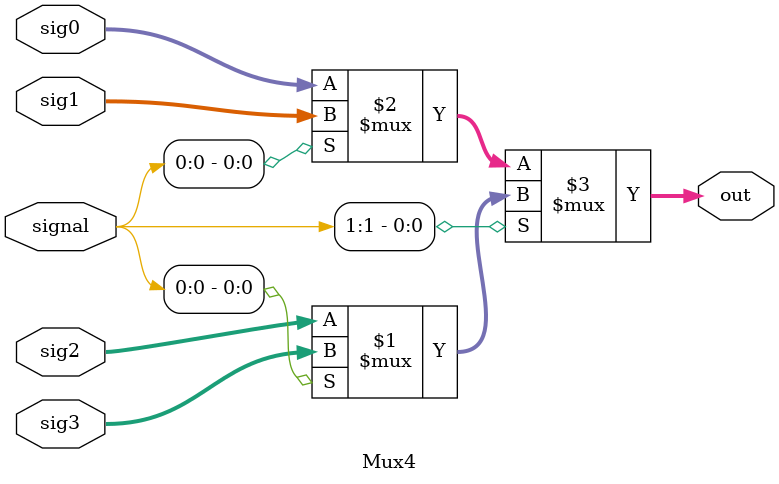
<source format=v>
module Mux4(signal, 
sig3,
sig2,
sig1, 
sig0, 
out
);
input [1:0]signal;
input [31:0] sig1, sig0, sig2, sig3;
output [31:0] out;

assign out = signal[1] ? (signal[0] ? sig3 : sig2)
                        : (signal[0] ? sig1 : sig0);

endmodule

</source>
